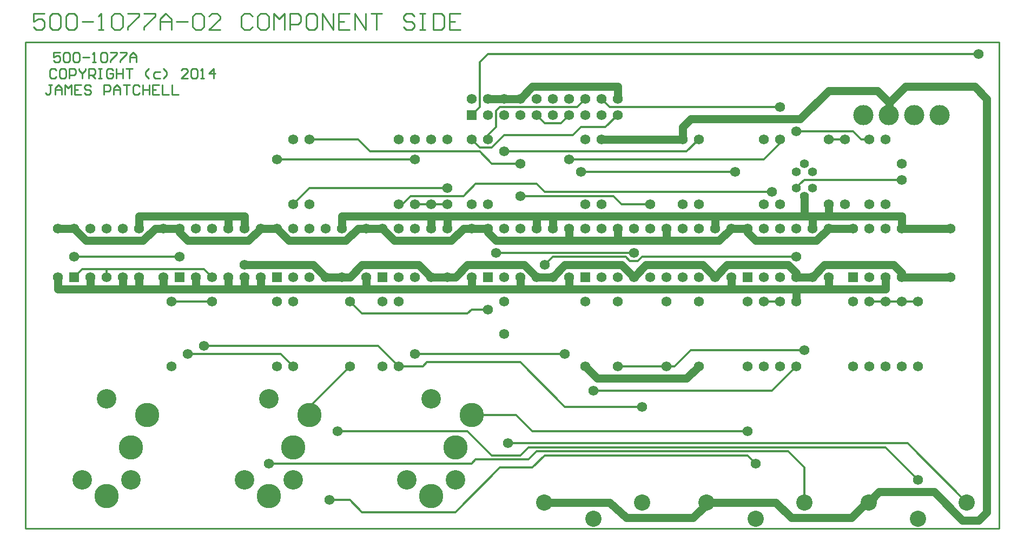
<source format=gtl>
*%FSLAX23Y23*%
*%MOIN*%
G01*
%ADD11C,0.006*%
%ADD12C,0.007*%
%ADD13C,0.008*%
%ADD14C,0.010*%
%ADD15C,0.012*%
%ADD16C,0.032*%
%ADD17C,0.036*%
%ADD18C,0.050*%
%ADD19C,0.050*%
%ADD20C,0.052*%
%ADD21C,0.055*%
%ADD22C,0.056*%
%ADD23C,0.059*%
%ADD24C,0.060*%
%ADD25C,0.062*%
%ADD26C,0.066*%
%ADD27C,0.070*%
%ADD28C,0.080*%
%ADD29C,0.090*%
%ADD30C,0.095*%
%ADD31C,0.100*%
%ADD32C,0.104*%
%ADD33C,0.115*%
%ADD34C,0.120*%
%ADD35C,0.124*%
%ADD36C,0.125*%
%ADD37C,0.129*%
%ADD38C,0.150*%
%ADD39C,0.154*%
%ADD40R,0.062X0.062*%
%ADD41R,0.066X0.066*%
D14*
X7093Y9201D02*
X7133D01*
X7093D02*
Y9171D01*
X7113Y9181D01*
X7123D01*
X7133Y9171D01*
Y9151D01*
X7123Y9141D01*
X7103D01*
X7093Y9151D01*
X7153Y9191D02*
X7163Y9201D01*
X7183D01*
X7193Y9191D01*
Y9151D01*
X7183Y9141D01*
X7163D01*
X7153Y9151D01*
Y9191D01*
X7213D02*
X7223Y9201D01*
X7243D01*
X7253Y9191D01*
Y9151D01*
X7243Y9141D01*
X7223D01*
X7213Y9151D01*
Y9191D01*
X7273Y9171D02*
X7313D01*
X7333Y9141D02*
X7353D01*
X7343D01*
Y9201D01*
X7344D01*
X7343D02*
X7333Y9191D01*
X7383D02*
X7393Y9201D01*
X7413D01*
X7423Y9191D01*
Y9151D01*
X7413Y9141D01*
X7393D01*
X7383Y9151D01*
Y9191D01*
X7443Y9201D02*
X7483D01*
Y9191D01*
X7443Y9151D01*
Y9141D01*
X7503Y9201D02*
X7543D01*
Y9191D01*
X7503Y9151D01*
Y9141D01*
X7563D02*
Y9181D01*
X7583Y9201D01*
X7603Y9181D01*
Y9141D01*
Y9171D01*
X7563D01*
X7083Y9001D02*
X7063D01*
X7073D01*
Y8951D01*
X7063Y8941D01*
X7053D01*
X7043Y8951D01*
X7103Y8941D02*
Y8981D01*
X7123Y9001D01*
X7143Y8981D01*
Y8941D01*
Y8971D01*
X7103D01*
X7163Y8941D02*
Y9001D01*
X7183Y8981D01*
X7203Y9001D01*
Y8941D01*
X7223Y9001D02*
X7263D01*
X7223D02*
Y8941D01*
X7263D01*
X7243Y8971D02*
X7223D01*
X7313Y9001D02*
X7323Y8991D01*
X7313Y9001D02*
X7293D01*
X7283Y8991D01*
Y8981D01*
X7293Y8971D01*
X7313D01*
X7323Y8961D01*
Y8951D01*
X7313Y8941D01*
X7293D01*
X7283Y8951D01*
X7403Y8941D02*
Y9001D01*
X7433D01*
X7443Y8991D01*
Y8971D01*
X7433Y8961D01*
X7403D01*
X7463Y8941D02*
Y8981D01*
X7483Y9001D01*
X7503Y8981D01*
Y8941D01*
Y8971D01*
X7463D01*
X7523Y9001D02*
X7563D01*
X7543D01*
Y8941D01*
X7613Y9001D02*
X7623Y8991D01*
X7613Y9001D02*
X7593D01*
X7583Y8991D01*
Y8951D01*
X7593Y8941D01*
X7613D01*
X7623Y8951D01*
X7643Y8941D02*
Y9001D01*
Y8971D02*
Y8941D01*
Y8971D02*
X7683D01*
Y9001D01*
Y8941D01*
X7703Y9001D02*
X7743D01*
X7703D02*
Y8941D01*
X7743D01*
X7723Y8971D02*
X7703D01*
X7763Y9001D02*
Y8941D01*
X7803D01*
X7823D02*
Y9001D01*
Y8941D02*
X7863D01*
X7108Y9091D02*
X7098Y9101D01*
X7078D01*
X7068Y9091D01*
Y9051D01*
X7078Y9041D01*
X7098D01*
X7108Y9051D01*
X7138Y9101D02*
X7158D01*
X7138D02*
X7128Y9091D01*
Y9051D01*
X7138Y9041D01*
X7158D01*
X7168Y9051D01*
Y9091D01*
X7158Y9101D01*
X7188D02*
Y9041D01*
Y9101D02*
X7218D01*
X7228Y9091D01*
Y9071D01*
X7218Y9061D01*
X7188D01*
X7248Y9091D02*
Y9101D01*
Y9091D02*
X7268Y9071D01*
X7288Y9091D01*
Y9101D01*
X7268Y9071D02*
Y9041D01*
X7308D02*
Y9101D01*
X7338D01*
X7348Y9091D01*
Y9071D01*
X7338Y9061D01*
X7308D01*
X7328D02*
X7348Y9041D01*
X7368Y9101D02*
X7388D01*
X7378D01*
Y9041D01*
X7368D01*
X7388D01*
X7448Y9101D02*
X7458Y9091D01*
X7448Y9101D02*
X7428D01*
X7418Y9091D01*
Y9051D01*
X7428Y9041D01*
X7448D01*
X7458Y9051D01*
Y9071D01*
X7438D01*
X7478Y9101D02*
Y9041D01*
Y9071D01*
X7518D01*
Y9101D01*
Y9041D01*
X7538Y9101D02*
X7578D01*
X7558D01*
Y9041D01*
X7658Y9061D02*
X7678Y9041D01*
X7658Y9061D02*
Y9081D01*
X7678Y9101D01*
X7718Y9081D02*
X7748D01*
X7718D02*
X7708Y9071D01*
Y9051D01*
X7718Y9041D01*
X7748D01*
X7768D02*
X7788Y9061D01*
Y9081D01*
X7768Y9101D01*
X7878Y9041D02*
X7918D01*
X7878D02*
X7918Y9081D01*
Y9091D01*
X7908Y9101D01*
X7888D01*
X7878Y9091D01*
X7938D02*
X7948Y9101D01*
X7968D01*
X7978Y9091D01*
Y9051D01*
X7968Y9041D01*
X7948D01*
X7938Y9051D01*
Y9091D01*
X7998Y9041D02*
X8018D01*
X8008D01*
Y9101D01*
X8009D01*
X8008D02*
X7998Y9091D01*
X8078Y9101D02*
Y9041D01*
X8048Y9071D02*
X8078Y9101D01*
X8088Y9071D02*
X8048D01*
X7035Y9441D02*
X6968D01*
Y9391D01*
X7001Y9408D01*
X7018D01*
X7035Y9391D01*
Y9358D01*
X7018Y9341D01*
X6985D01*
X6968Y9358D01*
X7068Y9424D02*
X7085Y9441D01*
X7118D01*
X7135Y9424D01*
Y9358D01*
X7118Y9341D01*
X7085D01*
X7068Y9358D01*
Y9424D01*
X7168D02*
X7185Y9441D01*
X7218D01*
X7235Y9424D01*
Y9358D01*
X7218Y9341D01*
X7185D01*
X7168Y9358D01*
Y9424D01*
X7268Y9391D02*
X7335D01*
X7368Y9341D02*
X7401D01*
X7385D01*
Y9441D01*
X7386D01*
X7385D02*
X7368Y9424D01*
X7451D02*
X7468Y9441D01*
X7501D01*
X7518Y9424D01*
Y9358D01*
X7501Y9341D01*
X7468D01*
X7451Y9358D01*
Y9424D01*
X7551Y9441D02*
X7618D01*
Y9424D01*
X7551Y9358D01*
Y9341D01*
X7651Y9441D02*
X7718D01*
Y9424D01*
X7651Y9358D01*
Y9341D01*
X7751D02*
Y9408D01*
X7784Y9441D01*
X7818Y9408D01*
Y9341D01*
Y9391D01*
X7751D01*
X7851D02*
X7918D01*
X7951Y9424D02*
X7968Y9441D01*
X8001D01*
X8018Y9424D01*
Y9358D01*
X8001Y9341D01*
X7968D01*
X7951Y9358D01*
Y9424D01*
X8051Y9341D02*
X8118D01*
X8051D02*
X8118Y9408D01*
Y9424D01*
X8101Y9441D01*
X8068D01*
X8051Y9424D01*
X8301Y9441D02*
X8318Y9424D01*
X8301Y9441D02*
X8268D01*
X8251Y9424D01*
Y9358D01*
X8268Y9341D01*
X8301D01*
X8318Y9358D01*
X8368Y9441D02*
X8401D01*
X8368D02*
X8351Y9424D01*
Y9358D01*
X8368Y9341D01*
X8401D01*
X8418Y9358D01*
Y9424D01*
X8401Y9441D01*
X8451D02*
Y9341D01*
X8484Y9408D02*
X8451Y9441D01*
X8484Y9408D02*
X8517Y9441D01*
Y9341D01*
X8551D02*
Y9441D01*
X8601D01*
X8617Y9424D01*
Y9391D01*
X8601Y9374D01*
X8551D01*
X8667Y9441D02*
X8701D01*
X8667D02*
X8651Y9424D01*
Y9358D01*
X8667Y9341D01*
X8701D01*
X8717Y9358D01*
Y9424D01*
X8701Y9441D01*
X8751D02*
Y9341D01*
X8817D02*
X8751Y9441D01*
X8817D02*
Y9341D01*
X8851Y9441D02*
X8917D01*
X8851D02*
Y9341D01*
X8917D01*
X8884Y9391D02*
X8851D01*
X8951Y9341D02*
Y9441D01*
X9017Y9341D01*
Y9441D01*
X9051D02*
X9117D01*
X9084D01*
Y9341D01*
X9301Y9441D02*
X9317Y9424D01*
X9301Y9441D02*
X9267D01*
X9251Y9424D01*
Y9408D01*
X9267Y9391D01*
X9301D01*
X9317Y9374D01*
Y9358D01*
X9301Y9341D01*
X9267D01*
X9251Y9358D01*
X9351Y9441D02*
X9384D01*
X9367D01*
Y9341D01*
X9351D01*
X9384D01*
X9434D02*
Y9441D01*
Y9341D02*
X9484D01*
X9501Y9358D01*
Y9424D01*
X9484Y9441D01*
X9434D01*
X9534D02*
X9600D01*
X9534D02*
Y9341D01*
X9600D01*
X9567Y9391D02*
X9534D01*
X6918Y9266D02*
Y6266D01*
Y9266D02*
X12918D01*
Y6266D01*
X6918D01*
D15*
X8668Y7016D02*
X8918Y7266D01*
X9568Y6366D02*
X9843Y6641D01*
X11518Y7116D02*
X11668Y7266D01*
X9218D02*
X9093Y7391D01*
X9968Y7291D02*
X10243Y7016D01*
X9793Y6716D02*
X9643Y6866D01*
X12218Y6766D02*
X12418Y6566D01*
X12355Y6791D02*
X12721Y6424D01*
X9568Y6366D02*
X8993D01*
X8918Y6441D02*
X8793D01*
X7268Y7866D02*
X7218Y7816D01*
X9843Y6641D02*
X10043D01*
X10118Y6716D02*
X11368D01*
X9668Y6666D02*
X8418D01*
X9693Y6691D02*
X10018D01*
X10068Y6741D02*
X11621D01*
X9968Y6716D02*
X9793D01*
X10018Y6766D02*
X12218D01*
X12355Y6791D02*
X9893D01*
X7418Y7816D02*
Y7866D01*
X9668Y6966D02*
X9943D01*
X10043Y6866D02*
X11368D01*
X10721Y7016D02*
X10243D01*
X9643Y6866D02*
X8843D01*
X11493Y7116D02*
X11518D01*
X11493D02*
X10418D01*
X10243Y7341D02*
X9318D01*
X9368Y7266D02*
X9218D01*
X9093Y7391D02*
X8018D01*
X9393Y7291D02*
X9968D01*
X8493Y7341D02*
X7918D01*
X10868Y7266D02*
X10918D01*
X10868D02*
X10568D01*
X11018Y7366D02*
X11718D01*
X8068Y7816D02*
X8018Y7866D01*
X8993Y7591D02*
X9643D01*
X8068Y7666D02*
X7818D01*
X9668Y7616D02*
X9768D01*
X12218Y7666D02*
X12318D01*
X12218D02*
X12118D01*
X12318D02*
X12418D01*
X11568D02*
X11468D01*
X11668Y7941D02*
X10718D01*
X10693Y7916D02*
X10643D01*
X10618Y7941D02*
X10593D01*
X10168D01*
X9818Y7966D02*
X10668D01*
X7868Y7941D02*
X7218D01*
X7993Y7866D02*
X8018D01*
X7993D02*
X7418D01*
X7268D01*
X8568Y8266D02*
X8668Y8366D01*
X8493Y7341D02*
X8568Y7266D01*
X8668Y7016D02*
Y6966D01*
X9968Y8316D02*
X10543D01*
X10593Y8266D02*
X10768D01*
X9243D02*
X9218D01*
X9293Y8316D02*
X9618D01*
X9693Y8391D02*
X10068D01*
X10118Y8341D02*
X11518D01*
X9518Y8366D02*
X8668D01*
X9418Y8266D02*
X9518D01*
X9418D02*
X9318D01*
X8918Y6441D02*
X8993Y6366D01*
Y7591D02*
X8918Y7666D01*
X9043Y8591D02*
X8968Y8666D01*
X10343Y8466D02*
X11293D01*
X11418Y8541D02*
X11468D01*
X11418D02*
X10268D01*
X9868Y8591D02*
X10993D01*
X9318Y8541D02*
X8468D01*
X9793Y8516D02*
X9968D01*
X9718Y8591D02*
X9043D01*
X11718Y8416D02*
X12318D01*
X9293Y8316D02*
X9243Y8266D01*
X10118Y8766D02*
X10218D01*
X10343Y8741D02*
X10493D01*
X10293Y8691D02*
X9868D01*
X9793Y8616D02*
X9718D01*
X8968Y8666D02*
X8668D01*
X11868D02*
X11968D01*
X12068D02*
X12118D01*
X12018Y8716D02*
X11668D01*
X9393Y7291D02*
X9368Y7266D01*
X10518Y8866D02*
X11568D01*
X10318D02*
X9843D01*
X9693Y8391D02*
X9618Y8316D01*
X9768Y8666D02*
Y8691D01*
X9818Y8741D02*
Y8841D01*
X9718Y8866D02*
Y9141D01*
X9693Y6691D02*
X9668Y6666D01*
X9793Y8616D02*
X9868Y8691D01*
X9818Y8741D02*
X9768Y8691D01*
X9818Y8841D02*
X9843Y8866D01*
X9668Y7616D02*
X9643Y7591D01*
X9668Y8816D02*
X9718Y8866D01*
Y9141D02*
X9768Y9191D01*
X9668Y8666D02*
X9718Y8616D01*
Y8591D02*
X9793Y8516D01*
X9768Y9191D02*
X12793D01*
X10068Y6741D02*
X10018Y6691D01*
X9968Y6716D02*
X10018Y6766D01*
X10043Y6866D02*
X9943Y6966D01*
X10118Y6716D02*
X10043Y6641D01*
X10218Y8766D02*
X10268Y8816D01*
X10168Y7941D02*
X10118Y7891D01*
Y8341D02*
X10068Y8391D01*
X10118Y8766D02*
X10068Y8816D01*
X10293Y8691D02*
X10343Y8741D01*
X10318Y8866D02*
X10368Y8916D01*
X10493Y8741D02*
X10568Y8816D01*
X10543Y8316D02*
X10593Y8266D01*
X10518Y8866D02*
X10468Y8916D01*
X10718Y7941D02*
X10693Y7916D01*
X10643D02*
X10618Y7941D01*
X10993Y8591D02*
X11068Y8666D01*
X11018Y7366D02*
X10918Y7266D01*
X11368Y6716D02*
X11418Y6666D01*
X11568Y8641D02*
Y8666D01*
Y8641D02*
X11468Y8541D01*
X11721Y6641D02*
Y6424D01*
Y6641D02*
X11621Y6741D01*
X11668Y8366D02*
X11693Y8391D01*
X11718Y8416D01*
X12018Y8716D02*
X12068Y8666D01*
D19*
X11868Y8966D02*
X11693Y8791D01*
X12181Y6491D02*
X12115Y6424D01*
X12243Y8891D02*
X12343Y8991D01*
X12843Y6366D02*
X12793Y6316D01*
X11068Y7266D02*
X10993Y7191D01*
X10968Y8741D02*
X11018Y8791D01*
X10043Y8991D02*
X9968Y8916D01*
X7718Y8116D02*
X7643Y8041D01*
X8293D02*
X8368Y8116D01*
X8893Y8041D02*
X8968Y8116D01*
X9543Y8041D02*
X9618Y8116D01*
X11193Y8041D02*
X11268Y8116D01*
X11793Y8041D02*
X11868Y8116D01*
X8993Y7891D02*
X8918Y7816D01*
X9568D02*
X9643Y7891D01*
X10168Y7816D02*
X10243Y7891D01*
X10668Y7816D02*
X10743Y7891D01*
X11168Y7816D02*
X11243Y7891D01*
X11768Y7816D02*
X11843Y7891D01*
X12843Y8916D02*
X12768Y8991D01*
X12518Y6491D02*
X12693Y6316D01*
X10443Y7191D02*
X10368Y7266D01*
X12168Y8966D02*
X12243Y8891D01*
X8768Y7816D02*
X8693Y7891D01*
X7293Y8041D02*
X7218Y8116D01*
X7868Y8091D02*
X7918Y8041D01*
X8468Y8116D02*
X8543Y8041D01*
X9118Y8116D02*
X9193Y8041D01*
X9768Y8091D02*
X9818Y8041D01*
X11368Y8091D02*
X11418Y8041D01*
X9418Y7816D02*
X9343Y7891D01*
X9993D02*
X10068Y7816D01*
X10593Y7891D02*
X10668Y7816D01*
X11093Y7891D02*
X11168Y7816D01*
X11618Y7891D02*
X11668Y7841D01*
X12268Y7891D02*
X12318Y7841D01*
X12115Y6424D02*
X12093Y6416D01*
X12243Y8791D02*
X12240Y8816D01*
X11115Y6424D02*
X11118Y6416D01*
X11543Y6424D02*
X11638Y6331D01*
X12008D02*
X12093Y6416D01*
X11118D02*
X11033Y6331D01*
X10623D02*
X10518Y6424D01*
X12693Y6316D02*
X12793D01*
X11543Y6424D02*
X11115D01*
X10518D02*
X10115D01*
X11638Y6331D02*
X12008D01*
X11033D02*
X10623D01*
X12181Y6491D02*
X12518D01*
X7118Y7741D02*
Y7816D01*
X7318D02*
Y7741D01*
X7618Y8116D02*
Y8191D01*
Y7816D02*
Y7741D01*
X7518D02*
Y7816D01*
X10443Y7191D02*
X10993D01*
X7868Y8091D02*
Y8116D01*
X7768Y7816D02*
Y7741D01*
X7968D02*
Y7816D01*
X8168D02*
Y7741D01*
Y8116D02*
Y8191D01*
X9018Y7741D02*
X9668D01*
X9968D01*
X10268D01*
X11268D01*
X11668D01*
X11868D01*
X12218D01*
X9018D02*
X8368D01*
X8268D01*
X8168D01*
X7968D01*
X7768D01*
X7618D01*
X7518D01*
X7318D01*
X7118D01*
X8268Y8116D02*
Y8191D01*
X8368Y7816D02*
Y7741D01*
X8268D02*
Y7816D01*
X8768D02*
X8868D01*
X8693Y7891D02*
X8268D01*
X8868Y7816D02*
X8918D01*
X9418D02*
X9518D01*
X9343Y7891D02*
X8993D01*
X9518Y7816D02*
X9568D01*
X10068D02*
X10168D01*
X9993Y7891D02*
X9643D01*
X10243D02*
X10593D01*
X10743D02*
X11093D01*
X11668Y7816D02*
X11768D01*
X11618Y7891D02*
X11243D01*
X11843D02*
X12268D01*
X12318Y7816D02*
X12618D01*
X11868Y8191D02*
X11718D01*
X8168D02*
X7618D01*
X8168D02*
X8268D01*
X8868D02*
X9418D01*
X9518D01*
X10068D01*
X10168D01*
X11168D01*
X11868D01*
X7218Y8116D02*
X7118D01*
X7718D02*
X7768D01*
X7868D01*
X7643Y8041D02*
X7293D01*
X8368Y8116D02*
X8468D01*
X8293Y8041D02*
X7918D01*
X8968Y8116D02*
X9018D01*
X9118D01*
X8893Y8041D02*
X8543D01*
X9618Y8116D02*
X9668D01*
X9768D01*
X9543Y8041D02*
X9193D01*
X9818D02*
X10268D01*
X10568D01*
X10868D01*
X11268Y8116D02*
X11368D01*
X11193Y8041D02*
X10868D01*
X11868Y8116D02*
X12018D01*
X11793Y8041D02*
X11418D01*
X11768Y8191D02*
X11868D01*
X12318Y8116D02*
X12618D01*
X12318Y8191D02*
X11868D01*
X8868D02*
Y8116D01*
X9018Y7816D02*
Y7741D01*
X10468Y8666D02*
X10968D01*
X9418Y8191D02*
Y8116D01*
X11018Y8791D02*
X11693D01*
X12240Y8816D02*
X12243D01*
X12168Y8966D02*
X11868D01*
X9968Y8916D02*
X9868D01*
X9768D01*
X9518Y8191D02*
Y8116D01*
X12343Y8991D02*
X12768D01*
X10568D02*
X10043D01*
X9768Y8116D02*
Y8091D01*
X9668Y7816D02*
Y7741D01*
X9968D02*
Y7816D01*
X10068Y8116D02*
Y8191D01*
X10168D02*
Y8116D01*
X10268Y7816D02*
Y7741D01*
Y8041D02*
Y8116D01*
X10568Y8916D02*
Y8991D01*
Y8116D02*
Y8041D01*
X10968Y8666D02*
Y8741D01*
X10868Y8116D02*
Y8041D01*
X11168Y8116D02*
Y8191D01*
X11368Y8116D02*
Y8091D01*
X11268Y7816D02*
Y7741D01*
X11718Y8191D02*
Y8316D01*
X11768Y8191D02*
Y8116D01*
X11668Y7841D02*
Y7816D01*
Y7741D02*
Y7666D01*
X11868Y8191D02*
Y8266D01*
Y7816D02*
Y7741D01*
X12243Y8791D02*
Y8891D01*
Y8816D01*
X12218Y7816D02*
Y7741D01*
X12318Y8116D02*
Y8191D01*
Y7841D02*
Y7816D01*
X12843Y8916D02*
Y6366D01*
D21*
X11768Y8366D02*
D03*
X11718Y8316D02*
D03*
X11668Y8366D02*
D03*
Y8466D02*
D03*
X11718Y8516D02*
D03*
X11768Y8466D02*
D03*
D25*
X12793Y9191D02*
D03*
X12418Y6566D02*
D03*
X11668Y7941D02*
D03*
X11718Y7366D02*
D03*
X11668Y8716D02*
D03*
X11418Y6666D02*
D03*
X11518Y8341D02*
D03*
X11568Y8866D02*
D03*
X11368Y6866D02*
D03*
X11293Y8466D02*
D03*
X10668Y7966D02*
D03*
X10768Y8266D02*
D03*
X10721Y7016D02*
D03*
X10243Y7341D02*
D03*
X10418Y7116D02*
D03*
X10343Y8466D02*
D03*
X10268Y8541D02*
D03*
X10118Y7891D02*
D03*
X9893Y6791D02*
D03*
X9868Y8591D02*
D03*
X9818Y7966D02*
D03*
X9768Y7616D02*
D03*
X9518Y8366D02*
D03*
X9318Y7341D02*
D03*
Y8541D02*
D03*
X8793Y6441D02*
D03*
X8843Y6866D02*
D03*
X8468Y8541D02*
D03*
X8418Y6666D02*
D03*
X8268Y7891D02*
D03*
X8018Y7391D02*
D03*
X8068Y7666D02*
D03*
X7918Y7341D02*
D03*
X7868Y7941D02*
D03*
X7218D02*
D03*
X7118Y8116D02*
D03*
Y7816D02*
D03*
X7318D02*
D03*
X7218Y8116D02*
D03*
X7318D02*
D03*
X7418D02*
D03*
X7518D02*
D03*
Y7816D02*
D03*
X7418D02*
D03*
X8368D02*
D03*
Y8116D02*
D03*
X8868D02*
D03*
Y7816D02*
D03*
X9018D02*
D03*
Y8116D02*
D03*
X7618D02*
D03*
Y7816D02*
D03*
X7768Y8116D02*
D03*
Y7816D02*
D03*
X8268Y8116D02*
D03*
Y7816D02*
D03*
X8568Y7266D02*
D03*
Y7666D02*
D03*
X8468D02*
D03*
Y7266D02*
D03*
X8068Y7816D02*
D03*
X8168D02*
D03*
Y8116D02*
D03*
X8068D02*
D03*
X7968D02*
D03*
X7868D02*
D03*
X7968Y7816D02*
D03*
X8668D02*
D03*
X8768D02*
D03*
Y8116D02*
D03*
X8668D02*
D03*
X8568D02*
D03*
X8468D02*
D03*
X8568Y7816D02*
D03*
X8918Y7266D02*
D03*
Y7666D02*
D03*
X7818Y7266D02*
D03*
Y7666D02*
D03*
X8668Y8266D02*
D03*
Y8666D02*
D03*
X8568Y8266D02*
D03*
Y8666D02*
D03*
X9668Y8266D02*
D03*
Y8666D02*
D03*
X10268Y8116D02*
D03*
Y7816D02*
D03*
X9668Y8116D02*
D03*
Y7816D02*
D03*
X10168D02*
D03*
Y8116D02*
D03*
X9518D02*
D03*
Y7816D02*
D03*
X9218Y7666D02*
D03*
Y7266D02*
D03*
X9118Y7666D02*
D03*
Y7266D02*
D03*
X9968Y8316D02*
D03*
Y8516D02*
D03*
X9868Y7666D02*
D03*
Y7466D02*
D03*
X10568Y7266D02*
D03*
Y7666D02*
D03*
X10368Y7266D02*
D03*
Y7666D02*
D03*
X9318Y7816D02*
D03*
X9418D02*
D03*
Y8116D02*
D03*
X9318D02*
D03*
X9218D02*
D03*
X9118D02*
D03*
X9218Y7816D02*
D03*
X9968D02*
D03*
X10068D02*
D03*
Y8116D02*
D03*
X9968D02*
D03*
X9868D02*
D03*
X9768D02*
D03*
X9868Y7816D02*
D03*
X10468D02*
D03*
X10568D02*
D03*
X10668D02*
D03*
X10768D02*
D03*
X10868D02*
D03*
X10968D02*
D03*
X11068D02*
D03*
Y8116D02*
D03*
X10968D02*
D03*
X10868D02*
D03*
X10768D02*
D03*
X10668D02*
D03*
X10568D02*
D03*
X10468D02*
D03*
X10368D02*
D03*
X9768Y8266D02*
D03*
Y8666D02*
D03*
X9518Y8266D02*
D03*
Y8666D02*
D03*
X9418Y8266D02*
D03*
Y8666D02*
D03*
X9318Y8266D02*
D03*
Y8666D02*
D03*
X9218Y8266D02*
D03*
Y8666D02*
D03*
X10468Y8266D02*
D03*
Y8666D02*
D03*
X10368Y8266D02*
D03*
Y8666D02*
D03*
X9668Y8916D02*
D03*
X9768Y8816D02*
D03*
Y8916D02*
D03*
X9868Y8816D02*
D03*
Y8916D02*
D03*
X9968Y8816D02*
D03*
Y8916D02*
D03*
X10068Y8816D02*
D03*
Y8916D02*
D03*
X10168Y8816D02*
D03*
Y8916D02*
D03*
X10268Y8816D02*
D03*
Y8916D02*
D03*
X10368Y8816D02*
D03*
Y8916D02*
D03*
X10468Y8816D02*
D03*
Y8916D02*
D03*
X10568Y8816D02*
D03*
Y8916D02*
D03*
X11968Y8666D02*
D03*
Y8266D02*
D03*
X12018Y7666D02*
D03*
Y7266D02*
D03*
X11168Y7816D02*
D03*
Y8116D02*
D03*
X11268D02*
D03*
Y7816D02*
D03*
X11768D02*
D03*
Y8116D02*
D03*
X11068Y7266D02*
D03*
Y7666D02*
D03*
X10868Y7266D02*
D03*
Y7666D02*
D03*
X11668D02*
D03*
Y7266D02*
D03*
X11368D02*
D03*
Y7666D02*
D03*
X12118Y8666D02*
D03*
Y8266D02*
D03*
X11568Y7816D02*
D03*
X11668D02*
D03*
Y8116D02*
D03*
X11568D02*
D03*
X11468D02*
D03*
X11368D02*
D03*
X11468Y7816D02*
D03*
X11868D02*
D03*
Y8116D02*
D03*
X12118Y7816D02*
D03*
X12018Y8116D02*
D03*
X12118D02*
D03*
X12218D02*
D03*
X12318D02*
D03*
Y7816D02*
D03*
X12218D02*
D03*
X12118Y7266D02*
D03*
Y7666D02*
D03*
X11468D02*
D03*
Y7266D02*
D03*
X11568D02*
D03*
Y7666D02*
D03*
X11868Y8266D02*
D03*
Y8666D02*
D03*
X11568Y8266D02*
D03*
Y8666D02*
D03*
X11468Y8266D02*
D03*
Y8666D02*
D03*
X10968Y8266D02*
D03*
Y8666D02*
D03*
X11068Y8266D02*
D03*
Y8666D02*
D03*
X12218Y7666D02*
D03*
Y7266D02*
D03*
X12318Y7666D02*
D03*
Y7266D02*
D03*
X12418Y7666D02*
D03*
Y7266D02*
D03*
X12218Y8666D02*
D03*
Y8266D02*
D03*
X12618Y8116D02*
D03*
Y7816D02*
D03*
X12318Y8516D02*
D03*
Y8416D02*
D03*
D31*
X10721Y6424D02*
D03*
X10115D02*
D03*
X10418Y6326D02*
D03*
X11721Y6424D02*
D03*
X11115D02*
D03*
X11418Y6326D02*
D03*
X12721Y6424D02*
D03*
X12115D02*
D03*
X12418Y6326D02*
D03*
D34*
X7418Y7066D02*
D03*
X7268Y6566D02*
D03*
X7568D02*
D03*
X8418Y7066D02*
D03*
X8268Y6566D02*
D03*
X8568D02*
D03*
X9418Y7066D02*
D03*
X9268Y6566D02*
D03*
X9568D02*
D03*
D36*
X12396Y8816D02*
D03*
X12084D02*
D03*
X12552D02*
D03*
X12240D02*
D03*
D38*
X7418Y6466D02*
D03*
X7668Y6966D02*
D03*
X7568Y6766D02*
D03*
X8418Y6466D02*
D03*
X8668Y6966D02*
D03*
X8568Y6766D02*
D03*
X9418Y6466D02*
D03*
X9668Y6966D02*
D03*
X9568Y6766D02*
D03*
D40*
X7218Y7816D02*
D03*
X7868D02*
D03*
X8468D02*
D03*
X9118D02*
D03*
X9768D02*
D03*
X10368D02*
D03*
X9668Y8816D02*
D03*
X11368Y7816D02*
D03*
X12018D02*
D03*
M02*

</source>
